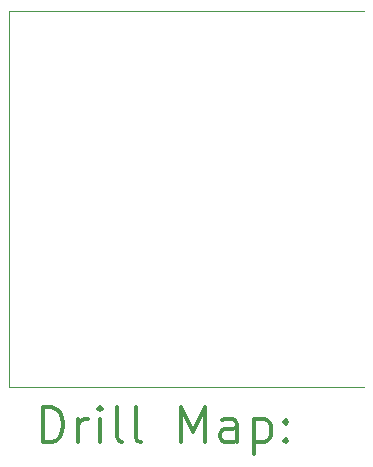
<source format=gbr>
%FSLAX45Y45*%
G04 Gerber Fmt 4.5, Leading zero omitted, Abs format (unit mm)*
G04 Created by KiCad (PCBNEW 5.1.10-88a1d61d58~88~ubuntu20.10.1) date 2021-05-13 20:15:12*
%MOMM*%
%LPD*%
G01*
G04 APERTURE LIST*
%TA.AperFunction,Profile*%
%ADD10C,0.100000*%
%TD*%
%ADD11C,0.200000*%
%ADD12C,0.300000*%
G04 APERTURE END LIST*
D10*
X8694400Y-8298800D02*
X11694400Y-8298800D01*
X8694400Y-5118800D02*
X8694400Y-8298800D01*
X11694400Y-5118800D02*
X8694400Y-5118800D01*
D11*
D12*
X8975828Y-8769514D02*
X8975828Y-8469514D01*
X9047257Y-8469514D01*
X9090114Y-8483800D01*
X9118686Y-8512372D01*
X9132971Y-8540943D01*
X9147257Y-8598086D01*
X9147257Y-8640943D01*
X9132971Y-8698086D01*
X9118686Y-8726657D01*
X9090114Y-8755229D01*
X9047257Y-8769514D01*
X8975828Y-8769514D01*
X9275828Y-8769514D02*
X9275828Y-8569514D01*
X9275828Y-8626657D02*
X9290114Y-8598086D01*
X9304400Y-8583800D01*
X9332971Y-8569514D01*
X9361543Y-8569514D01*
X9461543Y-8769514D02*
X9461543Y-8569514D01*
X9461543Y-8469514D02*
X9447257Y-8483800D01*
X9461543Y-8498086D01*
X9475828Y-8483800D01*
X9461543Y-8469514D01*
X9461543Y-8498086D01*
X9647257Y-8769514D02*
X9618686Y-8755229D01*
X9604400Y-8726657D01*
X9604400Y-8469514D01*
X9804400Y-8769514D02*
X9775828Y-8755229D01*
X9761543Y-8726657D01*
X9761543Y-8469514D01*
X10147257Y-8769514D02*
X10147257Y-8469514D01*
X10247257Y-8683800D01*
X10347257Y-8469514D01*
X10347257Y-8769514D01*
X10618686Y-8769514D02*
X10618686Y-8612372D01*
X10604400Y-8583800D01*
X10575828Y-8569514D01*
X10518686Y-8569514D01*
X10490114Y-8583800D01*
X10618686Y-8755229D02*
X10590114Y-8769514D01*
X10518686Y-8769514D01*
X10490114Y-8755229D01*
X10475828Y-8726657D01*
X10475828Y-8698086D01*
X10490114Y-8669514D01*
X10518686Y-8655229D01*
X10590114Y-8655229D01*
X10618686Y-8640943D01*
X10761543Y-8569514D02*
X10761543Y-8869514D01*
X10761543Y-8583800D02*
X10790114Y-8569514D01*
X10847257Y-8569514D01*
X10875828Y-8583800D01*
X10890114Y-8598086D01*
X10904400Y-8626657D01*
X10904400Y-8712372D01*
X10890114Y-8740943D01*
X10875828Y-8755229D01*
X10847257Y-8769514D01*
X10790114Y-8769514D01*
X10761543Y-8755229D01*
X11032971Y-8740943D02*
X11047257Y-8755229D01*
X11032971Y-8769514D01*
X11018686Y-8755229D01*
X11032971Y-8740943D01*
X11032971Y-8769514D01*
X11032971Y-8583800D02*
X11047257Y-8598086D01*
X11032971Y-8612372D01*
X11018686Y-8598086D01*
X11032971Y-8583800D01*
X11032971Y-8612372D01*
M02*

</source>
